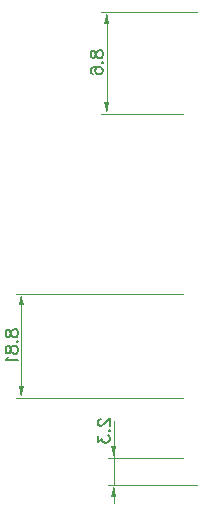
<source format=gbr>
G04 DipTrace 3.1.0.1*
G04 Top-Clock-IN12c.BottomDimension.gbr*
%MOIN*%
G04 #@! TF.FileFunction,Drawing,Bot*
G04 #@! TF.Part,Single*
%ADD13C,0.001378*%
%ADD63C,0.006176*%
%FSLAX26Y26*%
G04*
G70*
G90*
G75*
G01*
G04 BotDimension*
%LPD*%
X520000Y1968819D2*
D13*
X197165D1*
X472756Y1630236D2*
X197165D1*
X216850Y1799528D2*
Y1929449D1*
G36*
Y1968819D2*
X224724Y1929449D1*
X208976D1*
X216850Y1968819D1*
G37*
Y1799528D2*
D13*
Y1669606D1*
G36*
Y1630236D2*
X208976Y1669606D1*
X224724D1*
X216850Y1630236D1*
G37*
X520000Y394016D2*
D13*
X220787D1*
X472756Y484567D2*
X220787D1*
X240472D2*
Y394016D1*
Y543622D2*
Y523937D1*
G36*
Y484567D2*
X232598Y523937D1*
X248346D1*
X240472Y484567D1*
G37*
Y334961D2*
D13*
Y354646D1*
G36*
Y394016D2*
X248346Y354646D1*
X232598D1*
X240472Y394016D1*
G37*
Y606076D2*
D13*
Y484567D1*
X472756Y1031417D2*
X-86299D1*
X472756Y684567D2*
X-86299D1*
X-66614Y857992D2*
Y992047D1*
G36*
Y1031417D2*
X-58740Y992047D1*
X-74488D1*
X-66614Y1031417D1*
G37*
Y857992D2*
D13*
Y723937D1*
G36*
Y684567D2*
X-74488Y723937D1*
X-58740D1*
X-66614Y684567D1*
G37*
X164492Y1833139D2*
D63*
X166393Y1838843D1*
X170196Y1840789D1*
X174042D1*
X177845Y1838843D1*
X179790Y1835041D1*
X181692Y1827391D1*
X183593Y1821643D1*
X187440Y1817841D1*
X191242Y1815940D1*
X196990D1*
X200793Y1817841D1*
X202738Y1819742D1*
X204640Y1825490D1*
Y1833139D1*
X202738Y1838843D1*
X200793Y1840789D1*
X196990Y1842690D1*
X191242D1*
X187440Y1840789D1*
X183593Y1836942D1*
X181692Y1831238D1*
X179790Y1823589D1*
X177845Y1819742D1*
X174042Y1817841D1*
X170196D1*
X166393Y1819742D1*
X164492Y1825490D1*
Y1833139D1*
X200793Y1801687D2*
X202738Y1803588D1*
X204640Y1801687D1*
X202738Y1799741D1*
X200793Y1801687D1*
X170196Y1764442D2*
X166393Y1766343D1*
X164492Y1772091D1*
Y1775894D1*
X166393Y1781642D1*
X172141Y1785489D1*
X181692Y1787390D1*
X191242D1*
X198892Y1785489D1*
X202738Y1781642D1*
X204640Y1775894D1*
Y1773993D1*
X202738Y1768289D1*
X198892Y1764442D1*
X193144Y1762541D1*
X191242D1*
X185494Y1764442D1*
X181692Y1768289D1*
X179790Y1773993D1*
Y1775894D1*
X181692Y1781642D1*
X185494Y1785489D1*
X191242Y1787390D1*
X197664Y613394D2*
X195763D1*
X191916Y611493D1*
X190015Y609591D1*
X188114Y605745D1*
Y598095D1*
X190015Y594293D1*
X191916Y592392D1*
X195763Y590446D1*
X199566D1*
X203413Y592392D1*
X209116Y596194D1*
X228262Y615339D1*
Y588545D1*
X224415Y574292D2*
X226360Y576193D1*
X228262Y574292D1*
X226360Y572347D1*
X224415Y574292D1*
X188114Y556148D2*
Y535146D1*
X203413Y546598D1*
Y540850D1*
X205314Y537047D1*
X207215Y535146D1*
X212963Y533201D1*
X216766D1*
X222514Y535146D1*
X226360Y538949D1*
X228262Y544697D1*
Y550445D1*
X226360Y556148D1*
X224415Y558050D1*
X220612Y559995D1*
X-118973Y903528D2*
X-117071Y909232D1*
X-113269Y911177D1*
X-109422D1*
X-105620Y909232D1*
X-103674Y905429D1*
X-101773Y897780D1*
X-99872Y892032D1*
X-96025Y888229D1*
X-92222Y886328D1*
X-86474D1*
X-82672Y888229D1*
X-80726Y890130D1*
X-78825Y895878D1*
Y903528D1*
X-80726Y909232D1*
X-82672Y911177D1*
X-86474Y913078D1*
X-92222D1*
X-96025Y911177D1*
X-99872Y907330D1*
X-101773Y901626D1*
X-103674Y893977D1*
X-105620Y890130D1*
X-109422Y888229D1*
X-113269D1*
X-117071Y890130D1*
X-118973Y895878D1*
Y903528D1*
X-82672Y872075D2*
X-80726Y873976D1*
X-78825Y872075D1*
X-80726Y870130D1*
X-82672Y872075D1*
X-118973Y848228D2*
X-117071Y853932D1*
X-113269Y855877D1*
X-109422D1*
X-105620Y853932D1*
X-103674Y850129D1*
X-101773Y842480D1*
X-99872Y836732D1*
X-96025Y832929D1*
X-92222Y831028D1*
X-86474D1*
X-82672Y832929D1*
X-80726Y834830D1*
X-78825Y840578D1*
Y848228D1*
X-80726Y853932D1*
X-82672Y855877D1*
X-86474Y857778D1*
X-92222D1*
X-96025Y855877D1*
X-99872Y852030D1*
X-101773Y846326D1*
X-103674Y838677D1*
X-105620Y834830D1*
X-109422Y832929D1*
X-113269D1*
X-117071Y834830D1*
X-118973Y840578D1*
Y848228D1*
X-111323Y818676D2*
X-113269Y814830D1*
X-118973Y809082D1*
X-78825D1*
M02*

</source>
